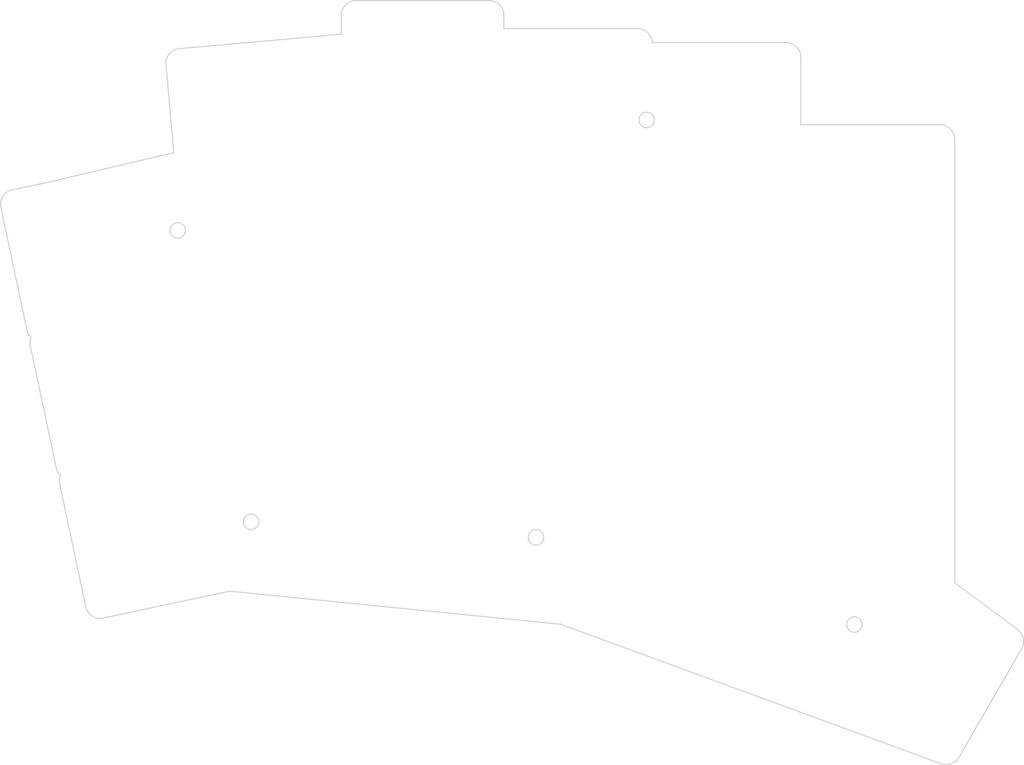
<source format=kicad_pcb>


(kicad_pcb (version 20171130) (host pcbnew 5.1.6)

  (page A3)
  (title_block
    (title "bottom_plate")
    (rev "1.1")
    (company "Scipio")
  )

  (general
    (thickness 1.6)
  )

  (layers
    (0 F.Cu signal)
    (31 B.Cu signal)
    (32 B.Adhes user)
    (33 F.Adhes user)
    (34 B.Paste user)
    (35 F.Paste user)
    (36 B.SilkS user)
    (37 F.SilkS user)
    (38 B.Mask user)
    (39 F.Mask user)
    (40 Dwgs.User user)
    (41 Cmts.User user)
    (42 Eco1.User user)
    (43 Eco2.User user)
    (44 Edge.Cuts user)
    (45 Margin user)
    (46 B.CrtYd user)
    (47 F.CrtYd user)
    (48 B.Fab user)
    (49 F.Fab user)
  )

  (setup
    (last_trace_width 0.25)
    (trace_clearance 0.2)
    (zone_clearance 0.508)
    (zone_45_only no)
    (trace_min 0.2)
    (via_size 0.8)
    (via_drill 0.4)
    (via_min_size 0.4)
    (via_min_drill 0.3)
    (uvia_size 0.3)
    (uvia_drill 0.1)
    (uvias_allowed no)
    (uvia_min_size 0.2)
    (uvia_min_drill 0.1)
    (edge_width 0.05)
    (segment_width 0.2)
    (pcb_text_width 0.3)
    (pcb_text_size 1.5 1.5)
    (mod_edge_width 0.12)
    (mod_text_size 1 1)
    (mod_text_width 0.15)
    (pad_size 1.524 1.524)
    (pad_drill 0.762)
    (pad_to_mask_clearance 0.05)
    (aux_axis_origin 0 0)
    (visible_elements FFFFFF7F)
    (pcbplotparams
      (layerselection 0x010fc_ffffffff)
      (usegerberextensions false)
      (usegerberattributes true)
      (usegerberadvancedattributes true)
      (creategerberjobfile true)
      (excludeedgelayer true)
      (linewidth 0.100000)
      (plotframeref false)
      (viasonmask false)
      (mode 1)
      (useauxorigin false)
      (hpglpennumber 1)
      (hpglpenspeed 20)
      (hpglpendiameter 15.000000)
      (psnegative false)
      (psa4output false)
      (plotreference true)
      (plotvalue true)
      (plotinvisibletext false)
      (padsonsilk false)
      (subtractmaskfromsilk false)
      (outputformat 1)
      (mirror false)
      (drillshape 1)
      (scaleselection 1)
      (outputdirectory ""))
  )

  (net 0 "")

  (net_class Default "This is the default net class."
    (clearance 0.2)
    (trace_width 0.25)
    (via_dia 0.8)
    (via_drill 0.4)
    (uvia_dia 0.3)
    (uvia_drill 0.1)
    (add_net "")
  )

  
  (gr_line (start -6.668856 12.1776439) (end 10.5269788 8.5225563) (angle 90) (layer Edge.Cuts) (width 0.15))
(gr_arc (start -10.6295737 -6.456067899999999) (end -12.4941679 -7.179454699999999) (angle -33.204230009113076) (layer Edge.Cuts) (width 0.15))
(gr_line (start -12.5858689 -6.040244599999999) (end -9.0409746 10.637172) (angle 90) (layer Edge.Cuts) (width 0.15))
(gr_arc (start -7.0846794 10.2213487) (end -9.0409746 10.6371721) (angle -90) (layer Edge.Cuts) (width 0.15))
(gr_arc (start -14.629898599999999 -25.276116799999997) (end -16.4944928 -25.999503599999997) (angle -33.204230009113076) (layer Edge.Cuts) (width 0.15))
(gr_line (start -16.586193799999997 -24.860293499999997) (end -13.0412995 -8.1828769) (angle 90) (layer Edge.Cuts) (width 0.15))
(gr_arc (start -11.085004299999998 -8.5987002) (end -13.041299499999997 -8.182876799999999) (angle -33.20423066557032) (layer Edge.Cuts) (width 0.15))
(gr_line (start -14.249750329833862 -47.07194522625434) (end -19.0460469 -46.0524609) (angle 90) (layer Edge.Cuts) (width 0.15))
(gr_arc (start -18.6302235 -44.0961657) (end -19.0460469 -46.0524609) (angle -90) (layer Edge.Cuts) (width 0.15))
(gr_line (start -20.5865187 -43.6803424) (end -17.041624399999996 -27.0029258) (angle 90) (layer Edge.Cuts) (width 0.15))
(gr_arc (start -15.085329199999997 -27.4187491) (end -17.041624399999996 -27.0029257) (angle -33.20423066557021) (layer Edge.Cuts) (width 0.15))
(gr_line (start 12.7080777 -66.0614764) (end 3.6875347000000005 -65.2722811) (angle 90) (layer Edge.Cuts) (width 0.15))
(gr_arc (start 3.8618462000000005 -63.2798918) (end 3.6875347000000005 -65.2722812) (angle -90) (layer Edge.Cuts) (width 0.15))
(gr_line (start 1.8694568 -63.1055803) (end 2.9183263447007164 -51.116946435318745) (angle 90) (layer Edge.Cuts) (width 0.15))
(gr_line (start 47.8183283 -67.99167380000002) (end 47.8183283 -69.8033968) (angle 90) (layer Edge.Cuts) (width 0.15))
(gr_arc (start 45.8183283 -69.8033968) (end 47.8183283 -69.8033968) (angle -90) (layer Edge.Cuts) (width 0.15))
(gr_line (start 45.8183283 -71.8033968) (end 27.708328299999998 -71.8033968) (angle 90) (layer Edge.Cuts) (width 0.15))
(gr_arc (start 27.708328299999998 -69.8033968) (end 27.708328299999998 -71.8033968) (angle -90) (layer Edge.Cuts) (width 0.15))
(gr_line (start 25.708328299999998 -69.8033968) (end 25.708328299999998 -67.2306601187991) (angle 90) (layer Edge.Cuts) (width 0.15))
(gr_arc (start 66.0113283 -65.99339680000001) (end 68.0091562 -66.08658240000001) (angle -87.32946232711626) (layer Edge.Cuts) (width 0.15))
(gr_line (start 66.0113283 -67.99339680000001) (end 47.901328299999996 -67.99339680000001) (angle 90) (layer Edge.Cuts) (width 0.15))
(gr_arc (start 47.901328299999996 -65.99339680000001) (end 47.901328299999996 -67.99339680000001) (angle -2.378457909055925) (layer Edge.Cuts) (width 0.15))
(gr_line (start 88.2043283 -54.9108968) (end 88.2043283 -64.08839680000001) (angle 90) (layer Edge.Cuts) (width 0.15))
(gr_arc (start 86.2043283 -64.08839680000001) (end 88.2043283 -64.08839680000001) (angle -90) (layer Edge.Cuts) (width 0.15))
(gr_line (start 86.2043283 -66.08839680000001) (end 68.0943283 -66.08839680000001) (angle 90) (layer Edge.Cuts) (width 0.15))
(gr_arc (start 68.0943283 -64.08839680000001) (end 68.0943283 -66.08839680000001) (angle -2.4407390596122696) (layer Edge.Cuts) (width 0.15))
(gr_arc (start 107.9859322 30.112246699999993) (end 107.19360089999999 31.94860479999999) (angle -83.33869263829718) (layer Edge.Cuts) (width 0.15))
(gr_line (start 109.71798299999999 31.112246699999993) (end 118.242983 16.346513499999993) (angle 90) (layer Edge.Cuts) (width 0.15))
(gr_arc (start 116.51093219999998 15.346513499999995) (end 118.24298299999998 16.346513499999993) (angle -83.33869325750095) (layer Edge.Cuts) (width 0.15))
(gr_line (start 25.708328299999998 -67.2306601187991) (end 12.7080777 -66.0614764) (angle 90) (layer Edge.Cuts) (width 0.15))
(gr_line (start -14.249750329833862 -47.07194522625434) (end 2.9183263447007164 -51.11694643531874) (angle 90) (layer Edge.Cuts) (width 0.15))
(gr_line (start 109.14932830000001 7.3770662773814735) (end 117.71185009999999 13.730462699999997) (angle 90) (layer Edge.Cuts) (width 0.15))
(gr_line (start 117.71185009999999 13.730462699999997) (end 117.70509929999999 13.742155399999994) (angle 90) (layer Edge.Cuts) (width 0.15))
(gr_line (start 107.19360089999999 31.94860479999999) (end 107.1868501 31.960297499999996) (angle 90) (layer Edge.Cuts) (width 0.15))
(gr_line (start 107.1868501 31.960297499999996) (end 78.8373382 21.564618899999996) (angle 90) (layer Edge.Cuts) (width 0.15))
(gr_line (start 78.11025570000001 21.298) (end 55.5446076 13.0232464) (angle 90) (layer Edge.Cuts) (width 0.15))
(gr_line (start 55.5446076 13.0232464) (end 10.5269788 8.5225563) (angle 90) (layer Edge.Cuts) (width 0.15))
(gr_line (start 109.14932830000001 7.3770662773814735) (end 109.14932830000001 -52.9108968) (angle 90) (layer Edge.Cuts) (width 0.15))
(gr_arc (start 107.14932830000001 -52.9108968) (end 109.14932830000001 -52.9108968) (angle -90) (layer Edge.Cuts) (width 0.15))
(gr_line (start 107.14932830000001 -54.9108968) (end 88.2043283 -54.9108968) (angle 90) (layer Edge.Cuts) (width 0.15))
(gr_arc (start 79.14932830000001 19.589103199999997) (end 78.11025570000001 21.298) (angle -22.326641619693135) (layer Edge.Cuts) (width 0.15))
(gr_circle (center 3.4675210000000014 -40.5369804) (end 4.517521000000001 -40.5369804) (layer Edge.Cuts) (width 0.15))
(gr_circle (center 13.43967 -0.9091312) (end 14.48967 -0.9091312) (layer Edge.Cuts) (width 0.15))
(gr_circle (center 67.2433283 -55.56339680000001) (end 68.2933283 -55.56339680000001) (layer Edge.Cuts) (width 0.15))
(gr_circle (center 52.19382829999999 1.2056031999999988) (end 53.24382829999999 1.2056031999999988) (layer Edge.Cuts) (width 0.15))
(gr_circle (center 95.4977689 13.058380099999997) (end 96.5477689 13.058380099999997) (layer Edge.Cuts) (width 0.15))

)


</source>
